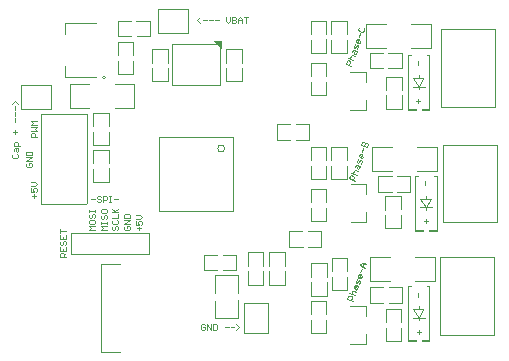
<source format=gto>
G04*
G04 #@! TF.GenerationSoftware,Altium Limited,Altium Designer,20.0.2 (26)*
G04*
G04 Layer_Color=65535*
%FSLAX44Y44*%
%MOMM*%
G71*
G01*
G75*
G36*
X661790Y1277130D02*
D01*
D02*
G37*
G36*
X501206Y1493755D02*
X493706Y1501255D01*
X501207Y1501255D01*
X501206Y1493755D01*
D02*
G37*
D10*
X503150Y1410264D02*
G03*
X503150Y1410264I-3000J0D01*
G01*
D11*
X402040Y1470418D02*
G03*
X402040Y1470418I-1250J0D01*
G01*
D12*
X519130Y1253930D02*
Y1279330D01*
Y1253930D02*
X539450D01*
Y1279330D01*
X519130D02*
X539450D01*
X355990Y1443799D02*
Y1464118D01*
X330590Y1443799D02*
X355990D01*
X330590D02*
Y1464118D01*
X355990D01*
X446590Y1508470D02*
X471990D01*
Y1528790D01*
X446590D02*
X471990D01*
X446590Y1508470D02*
Y1528790D01*
X609540Y1442628D02*
X622540D01*
Y1451003D01*
Y1466253D02*
Y1474628D01*
X609540D02*
X622540D01*
X610040Y1348378D02*
X623040D01*
Y1356753D01*
Y1372003D02*
Y1380378D01*
X610040D02*
X623040D01*
X609473Y1244828D02*
X622473D01*
Y1253203D01*
Y1268453D02*
Y1276828D01*
X609473D02*
X622473D01*
X611692Y1281162D02*
X606995Y1282871D01*
X607850Y1285220D01*
X608918Y1285718D01*
X610484Y1285148D01*
X610981Y1284080D01*
X610127Y1281732D01*
X608705Y1287568D02*
X613402Y1285859D01*
X611053Y1286713D01*
X610555Y1287781D01*
X611125Y1289347D01*
X612193Y1289845D01*
X614542Y1288990D01*
X612265Y1292478D02*
X612835Y1294044D01*
X613903Y1294542D01*
X616251Y1293687D01*
X615396Y1291338D01*
X614329Y1290840D01*
X613831Y1291908D01*
X614686Y1294257D01*
X616821Y1295253D02*
X617676Y1297601D01*
X617178Y1298669D01*
X616110Y1298171D01*
X615540Y1296605D01*
X614473Y1296107D01*
X613975Y1297175D01*
X614829Y1299523D01*
X619385Y1302298D02*
X618815Y1300732D01*
X617748Y1300234D01*
X616182Y1300804D01*
X615684Y1301872D01*
X616254Y1303438D01*
X617322Y1303936D01*
X618105Y1303651D01*
X616965Y1300519D01*
X617892Y1305501D02*
X619031Y1308632D01*
X621950Y1309343D02*
X618818Y1310483D01*
X617822Y1312618D01*
X619958Y1313614D01*
X623089Y1312475D01*
X620741Y1313329D01*
X619601Y1310198D01*
X335375Y1397712D02*
X334542Y1396879D01*
Y1395213D01*
X335375Y1394380D01*
X338707D01*
X339540Y1395213D01*
Y1396879D01*
X338707Y1397712D01*
X337041D01*
Y1396046D01*
X339540Y1399378D02*
X334542D01*
X339540Y1402711D01*
X334542D01*
Y1404377D02*
X339540D01*
Y1406876D01*
X338707Y1407709D01*
X335375D01*
X334542Y1406876D01*
Y1404377D01*
X610192Y1480412D02*
X605495Y1482121D01*
X606350Y1484470D01*
X607418Y1484968D01*
X608984Y1484398D01*
X609482Y1483330D01*
X608627Y1480982D01*
X607205Y1486818D02*
X611902Y1485109D01*
X609553Y1485963D01*
X609055Y1487031D01*
X609625Y1488597D01*
X610693Y1489095D01*
X613042Y1488240D01*
X610765Y1491728D02*
X611335Y1493294D01*
X612403Y1493792D01*
X614751Y1492937D01*
X613896Y1490588D01*
X612829Y1490090D01*
X612331Y1491158D01*
X613186Y1493507D01*
X615321Y1494503D02*
X616176Y1496851D01*
X615678Y1497919D01*
X614610Y1497421D01*
X614040Y1495855D01*
X612972Y1495357D01*
X612475Y1496425D01*
X613329Y1498773D01*
X617885Y1501548D02*
X617315Y1499982D01*
X616248Y1499484D01*
X614682Y1500054D01*
X614184Y1501122D01*
X614754Y1502688D01*
X615822Y1503185D01*
X616605Y1502901D01*
X615465Y1499769D01*
X616392Y1504751D02*
X617531Y1507882D01*
X617675Y1513149D02*
X616608Y1512651D01*
X616038Y1511086D01*
X616535Y1510018D01*
X619667Y1508878D01*
X620734Y1509376D01*
X621304Y1510942D01*
X620807Y1512009D01*
X665790Y1254796D02*
X669122D01*
X667456Y1256462D02*
Y1253130D01*
X344040Y1420380D02*
X339042D01*
Y1422879D01*
X339875Y1423712D01*
X341541D01*
X342374Y1422879D01*
Y1420380D01*
X339042Y1425378D02*
X344040D01*
X342374Y1427045D01*
X344040Y1428711D01*
X339042D01*
X344040Y1430377D02*
X339042D01*
X340708Y1432043D01*
X339042Y1433709D01*
X344040D01*
X323959Y1405962D02*
X323125Y1405129D01*
Y1403463D01*
X323959Y1402630D01*
X327291D01*
X328124Y1403463D01*
Y1405129D01*
X327291Y1405962D01*
X324792Y1408461D02*
Y1410128D01*
X325625Y1410961D01*
X328124D01*
Y1408461D01*
X327291Y1407628D01*
X326458Y1408461D01*
Y1410961D01*
X329790Y1412627D02*
X324792D01*
Y1415126D01*
X325625Y1415959D01*
X327291D01*
X328124Y1415126D01*
Y1412627D01*
X325625Y1422623D02*
Y1425956D01*
X323959Y1424290D02*
X327291D01*
X325625Y1432620D02*
Y1435952D01*
Y1437619D02*
Y1440951D01*
Y1442617D02*
Y1445949D01*
X328124Y1447615D02*
X325625Y1450114D01*
X323125Y1447615D01*
X393040Y1341380D02*
X388042D01*
X389708Y1343046D01*
X388042Y1344712D01*
X393040D01*
X388042Y1348878D02*
Y1347211D01*
X388875Y1346378D01*
X392207D01*
X393040Y1347211D01*
Y1348878D01*
X392207Y1349711D01*
X388875D01*
X388042Y1348878D01*
X388875Y1354709D02*
X388042Y1353876D01*
Y1352210D01*
X388875Y1351377D01*
X389708D01*
X390541Y1352210D01*
Y1353876D01*
X391374Y1354709D01*
X392207D01*
X393040Y1353876D01*
Y1352210D01*
X392207Y1351377D01*
X388042Y1356375D02*
Y1358041D01*
Y1357208D01*
X393040D01*
Y1356375D01*
Y1358041D01*
X665290Y1450796D02*
X668622D01*
X666956Y1452462D02*
Y1449130D01*
X671790Y1348546D02*
X675122D01*
X673456Y1350212D02*
Y1346880D01*
X403290Y1341630D02*
X398292D01*
X399958Y1343296D01*
X398292Y1344962D01*
X403290D01*
X398292Y1346628D02*
Y1348295D01*
Y1347462D01*
X403290D01*
Y1346628D01*
Y1348295D01*
X399125Y1354126D02*
X398292Y1353293D01*
Y1351627D01*
X399125Y1350794D01*
X399958D01*
X400791Y1351627D01*
Y1353293D01*
X401624Y1354126D01*
X402457D01*
X403290Y1353293D01*
Y1351627D01*
X402457Y1350794D01*
X398292Y1358291D02*
Y1356625D01*
X399125Y1355792D01*
X402457D01*
X403290Y1356625D01*
Y1358291D01*
X402457Y1359124D01*
X399125D01*
X398292Y1358291D01*
X369040Y1318380D02*
X364042D01*
Y1320879D01*
X364875Y1321712D01*
X366541D01*
X367374Y1320879D01*
Y1318380D01*
Y1320046D02*
X369040Y1321712D01*
X364042Y1326711D02*
Y1323378D01*
X369040D01*
Y1326711D01*
X366541Y1323378D02*
Y1325045D01*
X364875Y1331709D02*
X364042Y1330876D01*
Y1329210D01*
X364875Y1328377D01*
X365708D01*
X366541Y1329210D01*
Y1330876D01*
X367374Y1331709D01*
X368207D01*
X369040Y1330876D01*
Y1329210D01*
X368207Y1328377D01*
X364042Y1336707D02*
Y1333375D01*
X369040D01*
Y1336707D01*
X366541Y1333375D02*
Y1335041D01*
X364042Y1338373D02*
Y1341706D01*
Y1340040D01*
X369040D01*
X341791Y1368630D02*
Y1371962D01*
X340125Y1370296D02*
X343457D01*
X339292Y1376961D02*
Y1373628D01*
X341791D01*
X340958Y1375294D01*
Y1376128D01*
X341791Y1376961D01*
X343457D01*
X344290Y1376128D01*
Y1374462D01*
X343457Y1373628D01*
X339292Y1378627D02*
X342624D01*
X344290Y1380293D01*
X342624Y1381959D01*
X339292D01*
X430791Y1340880D02*
Y1344212D01*
X429125Y1342546D02*
X432457D01*
X428292Y1349211D02*
Y1345878D01*
X430791D01*
X429958Y1347545D01*
Y1348378D01*
X430791Y1349211D01*
X432457D01*
X433290Y1348378D01*
Y1346711D01*
X432457Y1345878D01*
X428292Y1350877D02*
X431624D01*
X433290Y1352543D01*
X431624Y1354209D01*
X428292D01*
X390040Y1367379D02*
X393372D01*
X398371Y1369045D02*
X397538Y1369878D01*
X395871D01*
X395038Y1369045D01*
Y1368212D01*
X395871Y1367379D01*
X397538D01*
X398371Y1366546D01*
Y1365713D01*
X397538Y1364880D01*
X395871D01*
X395038Y1365713D01*
X400037Y1364880D02*
Y1369878D01*
X402536D01*
X403369Y1369045D01*
Y1367379D01*
X402536Y1366546D01*
X400037D01*
X405035Y1369878D02*
X406701D01*
X405868D01*
Y1364880D01*
X405035D01*
X406701D01*
X409200Y1367379D02*
X412533D01*
X673041Y1379130D02*
Y1382462D01*
X418875Y1344712D02*
X418042Y1343879D01*
Y1342213D01*
X418875Y1341380D01*
X422207D01*
X423040Y1342213D01*
Y1343879D01*
X422207Y1344712D01*
X420541D01*
Y1343046D01*
X423040Y1346378D02*
X418042D01*
X423040Y1349711D01*
X418042D01*
Y1351377D02*
X423040D01*
Y1353876D01*
X422207Y1354709D01*
X418875D01*
X418042Y1353876D01*
Y1351377D01*
X667041Y1284880D02*
Y1288212D01*
Y1480880D02*
Y1484212D01*
X486372Y1260795D02*
X485539Y1261628D01*
X483873D01*
X483040Y1260795D01*
Y1257463D01*
X483873Y1256630D01*
X485539D01*
X486372Y1257463D01*
Y1259129D01*
X484706D01*
X488038Y1256630D02*
Y1261628D01*
X491371Y1256630D01*
Y1261628D01*
X493037D02*
Y1256630D01*
X495536D01*
X496369Y1257463D01*
Y1260795D01*
X495536Y1261628D01*
X493037D01*
X503033Y1259129D02*
X506366D01*
X508032D02*
X511364D01*
X513030Y1256630D02*
X515529Y1259129D01*
X513030Y1261628D01*
X482039Y1516880D02*
X479540Y1519379D01*
X482039Y1521878D01*
X484538Y1519379D02*
X487871D01*
X489537D02*
X492869D01*
X494535D02*
X497867D01*
X504532Y1521878D02*
Y1518546D01*
X506198Y1516880D01*
X507864Y1518546D01*
Y1521878D01*
X509530D02*
Y1516880D01*
X512029D01*
X512862Y1517713D01*
Y1518546D01*
X512029Y1519379D01*
X509530D01*
X512029D01*
X512862Y1520212D01*
Y1521045D01*
X512029Y1521878D01*
X509530D01*
X514529Y1516880D02*
Y1520212D01*
X516195Y1521878D01*
X517861Y1520212D01*
Y1516880D01*
Y1519379D01*
X514529D01*
X519527Y1521878D02*
X522859D01*
X521193D01*
Y1516880D01*
X613192Y1383162D02*
X608495Y1384871D01*
X609350Y1387220D01*
X610418Y1387718D01*
X611984Y1387148D01*
X612481Y1386080D01*
X611627Y1383732D01*
X610205Y1389568D02*
X614902Y1387859D01*
X612553Y1388713D01*
X612056Y1389781D01*
X612625Y1391347D01*
X613693Y1391845D01*
X616042Y1390990D01*
X613765Y1394478D02*
X614335Y1396044D01*
X615403Y1396542D01*
X617751Y1395687D01*
X616896Y1393338D01*
X615829Y1392841D01*
X615331Y1393908D01*
X616185Y1396257D01*
X618321Y1397253D02*
X619176Y1399601D01*
X618678Y1400669D01*
X617610Y1400171D01*
X617040Y1398605D01*
X615973Y1398107D01*
X615475Y1399175D01*
X616329Y1401523D01*
X620885Y1404298D02*
X620315Y1402732D01*
X619248Y1402234D01*
X617682Y1402804D01*
X617184Y1403872D01*
X617754Y1405438D01*
X618822Y1405936D01*
X619605Y1405650D01*
X618465Y1402519D01*
X619392Y1407501D02*
X620531Y1410632D01*
X618753Y1413053D02*
X623450Y1411343D01*
X624304Y1413692D01*
X623806Y1414760D01*
X623024Y1415044D01*
X621956Y1414547D01*
X621101Y1412198D01*
X621956Y1414547D01*
X621458Y1415614D01*
X620675Y1415899D01*
X619607Y1415401D01*
X618753Y1413053D01*
X408875Y1344462D02*
X408042Y1343629D01*
Y1341963D01*
X408875Y1341130D01*
X409708D01*
X410541Y1341963D01*
Y1343629D01*
X411374Y1344462D01*
X412207D01*
X413040Y1343629D01*
Y1341963D01*
X412207Y1341130D01*
X408875Y1349461D02*
X408042Y1348628D01*
Y1346961D01*
X408875Y1346128D01*
X412207D01*
X413040Y1346961D01*
Y1348628D01*
X412207Y1349461D01*
X408042Y1351127D02*
X413040D01*
Y1354459D01*
X408042Y1356125D02*
X413040D01*
X411374D01*
X408042Y1359457D01*
X410541Y1356958D01*
X413040Y1359457D01*
D13*
X685290Y1252630D02*
Y1318630D01*
Y1252630D02*
X731290D01*
Y1318630D01*
X685290D02*
X731290D01*
X687584Y1347630D02*
Y1413630D01*
Y1347630D02*
X733584D01*
Y1413630D01*
X687584D02*
X733584D01*
X686290Y1445630D02*
Y1511630D01*
Y1445630D02*
X732290D01*
Y1511630D01*
X686290D02*
X732290D01*
X398060Y1312630D02*
X414060D01*
X398060Y1237630D02*
Y1312630D01*
Y1237630D02*
X414060D01*
X667290Y1469630D02*
Y1472630D01*
Y1460630D02*
Y1462630D01*
X662290Y1469630D02*
X671290D01*
X662290D02*
X667290Y1462630D01*
X671290Y1469630D01*
X662290Y1462630D02*
X672290D01*
X673792Y1367380D02*
Y1370380D01*
Y1358380D02*
Y1360380D01*
X668792Y1367380D02*
X677792D01*
X668792D02*
X673792Y1360380D01*
X677792Y1367380D01*
X668792Y1360380D02*
X678792D01*
X667290Y1273990D02*
Y1276990D01*
Y1264990D02*
Y1266990D01*
X662290Y1273990D02*
X671290D01*
X662290D02*
X667290Y1266990D01*
X671290Y1273990D01*
X662290Y1266990D02*
X672290D01*
X447150Y1357264D02*
Y1420264D01*
X510150Y1357264D02*
Y1420264D01*
X447150Y1357264D02*
X510150D01*
X447150Y1420264D02*
X510150D01*
X368290Y1470918D02*
X394290D01*
X368290D02*
Y1480418D01*
Y1516918D02*
X394290D01*
X368290Y1507418D02*
Y1516918D01*
D14*
X347790Y1362930D02*
X385990D01*
X386790Y1363730D02*
Y1439130D01*
X347790D02*
X386790D01*
X347790Y1363730D02*
Y1439130D01*
X385990Y1362930D02*
X386790Y1363730D01*
X347790Y1362930D02*
Y1363730D01*
X436640Y1338520D02*
X439180D01*
Y1320740D02*
Y1338520D01*
X436640Y1320740D02*
X439180D01*
X373140Y1338520D02*
X436640D01*
X373140Y1320740D02*
Y1338520D01*
Y1320740D02*
X374410D01*
X436640D01*
D15*
X391686Y1413041D02*
X404894D01*
X391686D02*
Y1424217D01*
X404894Y1413041D02*
Y1424471D01*
X391686Y1429043D02*
Y1440219D01*
X404894Y1429043D02*
Y1440219D01*
X391686D02*
X404894D01*
X391686Y1382051D02*
X404894D01*
X391686D02*
Y1393227D01*
X404894Y1382051D02*
Y1393481D01*
X391686Y1398053D02*
Y1409229D01*
X404894Y1398053D02*
Y1409229D01*
X391686D02*
X404894D01*
X522686Y1295041D02*
X535894D01*
X522686D02*
Y1306217D01*
X535894Y1295041D02*
Y1306217D01*
X522686Y1310789D02*
Y1322219D01*
X535894Y1311043D02*
Y1322219D01*
X522686D02*
X535894D01*
X584879Y1327026D02*
Y1340234D01*
X573703Y1327026D02*
X584879D01*
X573703Y1340234D02*
X584879D01*
X557701Y1327026D02*
X569131D01*
X557701Y1340234D02*
X568877D01*
X557701Y1327026D02*
Y1340234D01*
X540686Y1295041D02*
X553894D01*
X540686D02*
Y1306217D01*
X553894Y1295041D02*
Y1306217D01*
X540686Y1310789D02*
Y1322219D01*
X553894Y1311043D02*
Y1322219D01*
X540686D02*
X553894D01*
X661083Y1495326D02*
X677593D01*
X661083Y1515646D02*
X677593D01*
X622983D02*
X639493D01*
X622983Y1495326D02*
X639493D01*
X677593D02*
Y1515646D01*
X622983Y1495326D02*
Y1515646D01*
X652879Y1478306D02*
Y1491514D01*
X641703Y1478306D02*
X652879D01*
X641449Y1491514D02*
X652879D01*
X625701Y1478306D02*
X636877D01*
X625701Y1491514D02*
X636877D01*
X625701Y1478306D02*
Y1491514D01*
X639686Y1471219D02*
X652894D01*
Y1460043D02*
Y1471219D01*
X639686Y1459789D02*
Y1471219D01*
X652894Y1444041D02*
Y1455217D01*
X639686Y1444041D02*
Y1455217D01*
Y1444041D02*
X652894D01*
X593077Y1518329D02*
X606284D01*
Y1507153D02*
Y1518329D01*
X593077Y1506899D02*
Y1518329D01*
X606284Y1491151D02*
Y1502327D01*
X593077Y1491151D02*
Y1502327D01*
Y1491151D02*
X606284D01*
X576056Y1491151D02*
X589264D01*
X576056D02*
Y1502327D01*
X589264Y1491151D02*
Y1502581D01*
X576056Y1507153D02*
Y1518329D01*
X589264Y1507153D02*
Y1518329D01*
X576056D02*
X589264D01*
X576056Y1482769D02*
X589264D01*
Y1471593D02*
Y1482769D01*
X576056Y1471339D02*
Y1482769D01*
X589264Y1455591D02*
Y1466767D01*
X576056Y1455591D02*
Y1466767D01*
Y1455591D02*
X589264D01*
X639186Y1369964D02*
X652394D01*
Y1358788D02*
Y1369964D01*
X639186Y1358533D02*
Y1369964D01*
X652394Y1342785D02*
Y1353961D01*
X639186Y1342785D02*
Y1353961D01*
Y1342785D02*
X652394D01*
X593097Y1411579D02*
X606305D01*
Y1400403D02*
Y1411579D01*
X593097Y1400149D02*
Y1411579D01*
X606305Y1384401D02*
Y1395577D01*
X593097Y1384401D02*
Y1395577D01*
Y1384401D02*
X606305D01*
X666083Y1391520D02*
X682593D01*
X666083Y1411840D02*
X682593D01*
X627983D02*
X644493D01*
X627983Y1391520D02*
X644493D01*
X682593D02*
Y1411840D01*
X627983Y1391520D02*
Y1411840D01*
X660364Y1373776D02*
Y1386984D01*
X649188Y1373776D02*
X660364D01*
X648934Y1386984D02*
X660364D01*
X633186Y1373776D02*
X644362D01*
X633186Y1386984D02*
X644362D01*
X633186Y1373776D02*
Y1386984D01*
X576076Y1384401D02*
X589284D01*
X576076D02*
Y1395577D01*
X589284Y1384401D02*
Y1395831D01*
X576076Y1400403D02*
Y1411579D01*
X589284Y1400403D02*
Y1411579D01*
X576076D02*
X589284D01*
X576076Y1376019D02*
X589284D01*
Y1364843D02*
Y1376019D01*
X576076Y1364589D02*
Y1376019D01*
X589284Y1348841D02*
Y1360017D01*
X576076Y1348841D02*
Y1360017D01*
Y1348841D02*
X589284D01*
X653419Y1279626D02*
Y1292834D01*
X642243Y1279626D02*
X653419D01*
X641989Y1292834D02*
X653419D01*
X626241Y1279626D02*
X637417D01*
X626241Y1292834D02*
X637417D01*
X626241Y1279626D02*
Y1292834D01*
X664603Y1297917D02*
X681113D01*
X664603Y1318237D02*
X681113D01*
X626502D02*
X643012D01*
X626502Y1297917D02*
X643012D01*
X681113D02*
Y1318237D01*
X626502Y1297917D02*
Y1318237D01*
X639576Y1274419D02*
X652784D01*
Y1263243D02*
Y1274419D01*
X639576Y1262989D02*
Y1274419D01*
X652784Y1247241D02*
Y1258417D01*
X639576Y1247241D02*
Y1258417D01*
Y1247241D02*
X652784D01*
X593856Y1317599D02*
X607064D01*
Y1306423D02*
Y1317599D01*
X593856Y1306169D02*
Y1317599D01*
X607064Y1290421D02*
Y1301597D01*
X593856Y1290421D02*
Y1301597D01*
Y1290421D02*
X607064D01*
X576076Y1281403D02*
X589284D01*
Y1270227D02*
Y1281403D01*
X576076Y1269973D02*
Y1281403D01*
X589284Y1254225D02*
Y1265401D01*
X576076Y1254225D02*
Y1265401D01*
Y1254225D02*
X589284D01*
X576186Y1285791D02*
X589394D01*
X576186D02*
Y1296967D01*
X589394Y1285791D02*
Y1297221D01*
X576186Y1301793D02*
Y1312969D01*
X589394Y1301793D02*
Y1312969D01*
X576186D02*
X589394D01*
X574379Y1417776D02*
Y1430984D01*
X563203Y1417776D02*
X574379D01*
X563203Y1430984D02*
X574379D01*
X547201Y1417776D02*
X558631D01*
X547201Y1430984D02*
X558377D01*
X547201Y1417776D02*
Y1430984D01*
X412473Y1473371D02*
X425681D01*
X412473D02*
Y1484547D01*
X425681Y1473371D02*
Y1484547D01*
X412473Y1489119D02*
Y1500549D01*
X425681Y1489373D02*
Y1500549D01*
X412473D02*
X425681D01*
X426594Y1444420D02*
Y1464740D01*
X371984Y1444420D02*
Y1464740D01*
X410084D02*
X426594D01*
X410084Y1444420D02*
X426594D01*
X371984D02*
X388494D01*
X371984Y1464740D02*
X388494D01*
X412468Y1505357D02*
Y1518565D01*
X423644D01*
X412468Y1505357D02*
X423644D01*
X428216Y1518565D02*
X439646D01*
X428470Y1505357D02*
X439646D01*
Y1518565D01*
X458707Y1463755D02*
X498707D01*
X458707D02*
Y1498755D01*
X498707D01*
Y1463755D02*
Y1498755D01*
X441686Y1467026D02*
X454894D01*
X441686D02*
Y1478202D01*
X454894Y1467026D02*
Y1478202D01*
X441686Y1482774D02*
Y1494204D01*
X454894Y1483028D02*
Y1494204D01*
X441686D02*
X454894D01*
X504384Y1494205D02*
X517592D01*
Y1483029D02*
Y1494205D01*
X504384Y1483029D02*
Y1494205D01*
X517592Y1467027D02*
Y1478457D01*
X504384Y1467027D02*
Y1478203D01*
Y1467027D02*
X517592D01*
X485701Y1307026D02*
Y1320234D01*
X496877D01*
X485701Y1307026D02*
X496877D01*
X501449Y1320234D02*
X512879D01*
X501703Y1307026D02*
X512879D01*
Y1320234D01*
X513941Y1287933D02*
Y1302919D01*
X494637Y1287933D02*
Y1302919D01*
X513941D01*
X494637Y1266343D02*
Y1281075D01*
Y1266343D02*
X513941D01*
Y1281583D01*
D16*
X674040Y1489630D02*
X676450D01*
Y1443770D02*
Y1489630D01*
Y1442500D02*
Y1443770D01*
X669830Y1442500D02*
X676450D01*
X669830D02*
Y1443770D01*
X676450D01*
X658130D02*
X664750D01*
Y1442500D02*
Y1443770D01*
X658130Y1442500D02*
X664750D01*
X658130D02*
Y1443770D01*
Y1489630D01*
X660540D01*
X680542Y1387380D02*
X682952D01*
Y1341520D02*
Y1387380D01*
Y1340250D02*
Y1341520D01*
X676331Y1340250D02*
X682952D01*
X676331D02*
Y1341520D01*
X682952D01*
X664632D02*
X671252D01*
Y1340250D02*
Y1341520D01*
X664632Y1340250D02*
X671252D01*
X664632D02*
Y1341520D01*
Y1387380D01*
X667041D01*
X674040Y1293990D02*
X676450D01*
Y1248130D02*
Y1293990D01*
Y1246860D02*
Y1248130D01*
X669830Y1246860D02*
X676450D01*
X669830D02*
Y1248130D01*
X676450D01*
X658130D02*
X664750D01*
Y1246860D02*
Y1248130D01*
X658130Y1246860D02*
X664750D01*
X658130D02*
Y1248130D01*
Y1293990D01*
X660540D01*
D17*
X667290Y1270880D02*
D03*
D18*
X673790Y1364255D02*
D03*
D19*
X667165Y1466630D02*
D03*
M02*

</source>
